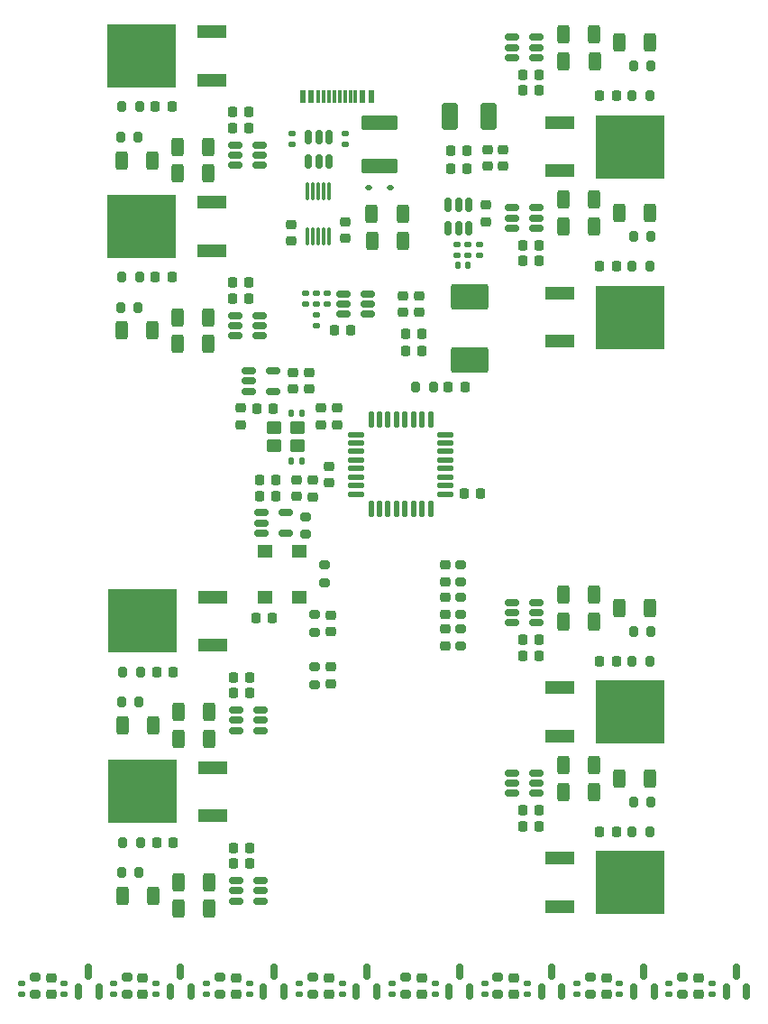
<source format=gbr>
%TF.GenerationSoftware,KiCad,Pcbnew,9.0.3-9.0.3-0~ubuntu24.04.1*%
%TF.CreationDate,2025-08-28T08:20:23-04:00*%
%TF.ProjectId,power distribution,706f7765-7220-4646-9973-747269627574,rev?*%
%TF.SameCoordinates,Original*%
%TF.FileFunction,Paste,Top*%
%TF.FilePolarity,Positive*%
%FSLAX46Y46*%
G04 Gerber Fmt 4.6, Leading zero omitted, Abs format (unit mm)*
G04 Created by KiCad (PCBNEW 9.0.3-9.0.3-0~ubuntu24.04.1) date 2025-08-28 08:20:23*
%MOMM*%
%LPD*%
G01*
G04 APERTURE LIST*
G04 Aperture macros list*
%AMRoundRect*
0 Rectangle with rounded corners*
0 $1 Rounding radius*
0 $2 $3 $4 $5 $6 $7 $8 $9 X,Y pos of 4 corners*
0 Add a 4 corners polygon primitive as box body*
4,1,4,$2,$3,$4,$5,$6,$7,$8,$9,$2,$3,0*
0 Add four circle primitives for the rounded corners*
1,1,$1+$1,$2,$3*
1,1,$1+$1,$4,$5*
1,1,$1+$1,$6,$7*
1,1,$1+$1,$8,$9*
0 Add four rect primitives between the rounded corners*
20,1,$1+$1,$2,$3,$4,$5,0*
20,1,$1+$1,$4,$5,$6,$7,0*
20,1,$1+$1,$6,$7,$8,$9,0*
20,1,$1+$1,$8,$9,$2,$3,0*%
G04 Aperture macros list end*
%ADD10RoundRect,0.250000X-0.312500X-0.625000X0.312500X-0.625000X0.312500X0.625000X-0.312500X0.625000X0*%
%ADD11RoundRect,0.225000X-0.250000X0.225000X-0.250000X-0.225000X0.250000X-0.225000X0.250000X0.225000X0*%
%ADD12RoundRect,0.225000X0.225000X0.250000X-0.225000X0.250000X-0.225000X-0.250000X0.225000X-0.250000X0*%
%ADD13RoundRect,0.225000X0.250000X-0.225000X0.250000X0.225000X-0.250000X0.225000X-0.250000X-0.225000X0*%
%ADD14RoundRect,0.218750X0.218750X0.256250X-0.218750X0.256250X-0.218750X-0.256250X0.218750X-0.256250X0*%
%ADD15RoundRect,0.250000X0.312500X0.625000X-0.312500X0.625000X-0.312500X-0.625000X0.312500X-0.625000X0*%
%ADD16RoundRect,0.249999X-1.450001X0.450001X-1.450001X-0.450001X1.450001X-0.450001X1.450001X0.450001X0*%
%ADD17RoundRect,0.218750X-0.256250X0.218750X-0.256250X-0.218750X0.256250X-0.218750X0.256250X0.218750X0*%
%ADD18RoundRect,0.200000X-0.200000X-0.275000X0.200000X-0.275000X0.200000X0.275000X-0.200000X0.275000X0*%
%ADD19RoundRect,0.150000X0.150000X-0.587500X0.150000X0.587500X-0.150000X0.587500X-0.150000X-0.587500X0*%
%ADD20RoundRect,0.200000X0.275000X-0.200000X0.275000X0.200000X-0.275000X0.200000X-0.275000X-0.200000X0*%
%ADD21R,1.360000X1.230000*%
%ADD22RoundRect,0.135000X-0.185000X0.135000X-0.185000X-0.135000X0.185000X-0.135000X0.185000X0.135000X0*%
%ADD23R,2.800000X1.300000*%
%ADD24R,6.500000X6.000000*%
%ADD25RoundRect,0.150000X-0.512500X-0.150000X0.512500X-0.150000X0.512500X0.150000X-0.512500X0.150000X0*%
%ADD26RoundRect,0.150000X-0.150000X0.512500X-0.150000X-0.512500X0.150000X-0.512500X0.150000X0.512500X0*%
%ADD27RoundRect,0.225000X-0.225000X-0.250000X0.225000X-0.250000X0.225000X0.250000X-0.225000X0.250000X0*%
%ADD28RoundRect,0.200000X0.200000X0.275000X-0.200000X0.275000X-0.200000X-0.275000X0.200000X-0.275000X0*%
%ADD29RoundRect,0.087500X-0.087500X0.725000X-0.087500X-0.725000X0.087500X-0.725000X0.087500X0.725000X0*%
%ADD30RoundRect,0.150000X0.512500X0.150000X-0.512500X0.150000X-0.512500X-0.150000X0.512500X-0.150000X0*%
%ADD31RoundRect,0.140000X0.170000X-0.140000X0.170000X0.140000X-0.170000X0.140000X-0.170000X-0.140000X0*%
%ADD32RoundRect,0.135000X0.185000X-0.135000X0.185000X0.135000X-0.185000X0.135000X-0.185000X-0.135000X0*%
%ADD33RoundRect,0.112500X0.187500X0.112500X-0.187500X0.112500X-0.187500X-0.112500X0.187500X-0.112500X0*%
%ADD34RoundRect,0.218750X0.256250X-0.218750X0.256250X0.218750X-0.256250X0.218750X-0.256250X-0.218750X0*%
%ADD35RoundRect,0.140000X0.140000X0.170000X-0.140000X0.170000X-0.140000X-0.170000X0.140000X-0.170000X0*%
%ADD36RoundRect,0.250001X-1.499999X0.949999X-1.499999X-0.949999X1.499999X-0.949999X1.499999X0.949999X0*%
%ADD37RoundRect,0.125000X-0.625000X-0.125000X0.625000X-0.125000X0.625000X0.125000X-0.625000X0.125000X0*%
%ADD38RoundRect,0.125000X-0.125000X-0.625000X0.125000X-0.625000X0.125000X0.625000X-0.125000X0.625000X0*%
%ADD39RoundRect,0.250000X0.450000X0.350000X-0.450000X0.350000X-0.450000X-0.350000X0.450000X-0.350000X0*%
%ADD40RoundRect,0.218750X-0.218750X-0.256250X0.218750X-0.256250X0.218750X0.256250X-0.218750X0.256250X0*%
%ADD41RoundRect,0.200000X-0.275000X0.200000X-0.275000X-0.200000X0.275000X-0.200000X0.275000X0.200000X0*%
%ADD42R,0.600000X1.240000*%
%ADD43R,0.300000X1.240000*%
%ADD44RoundRect,0.250001X-0.499999X-0.999999X0.499999X-0.999999X0.499999X0.999999X-0.499999X0.999999X0*%
G04 APERTURE END LIST*
D10*
%TO.C,R11*%
X130476510Y-51985000D03*
X133401510Y-51985000D03*
%TD*%
D11*
%TO.C,C56*%
X179445000Y-127475000D03*
X179445000Y-129025000D03*
%TD*%
D10*
%TO.C,R22*%
X125226510Y-66735000D03*
X128151510Y-66735000D03*
%TD*%
D12*
%TO.C,C1*%
X164475000Y-95755000D03*
X162925000Y-95755000D03*
%TD*%
D13*
%TO.C,C42*%
X142837500Y-72225000D03*
X142837500Y-70675000D03*
%TD*%
D14*
%TO.C,D25*%
X157512500Y-72025000D03*
X155937500Y-72025000D03*
%TD*%
D15*
%TO.C,R7*%
X174912500Y-92755000D03*
X171987500Y-92755000D03*
%TD*%
D16*
%TO.C,F1*%
X149475000Y-47225000D03*
X149475000Y-51325000D03*
%TD*%
D17*
%TO.C,D14*%
X144885000Y-93437500D03*
X144885000Y-95012500D03*
%TD*%
D18*
%TO.C,R77*%
X173193750Y-60705000D03*
X174843750Y-60705000D03*
%TD*%
D19*
%TO.C,D21*%
X173375000Y-128775000D03*
X175275000Y-128775000D03*
X174325000Y-126900000D03*
%TD*%
D20*
%TO.C,R83*%
X177945000Y-129025000D03*
X177945000Y-127375000D03*
%TD*%
D15*
%TO.C,R42*%
X133491510Y-118505000D03*
X130566510Y-118505000D03*
%TD*%
D10*
%TO.C,R78*%
X166737500Y-56955000D03*
X169662500Y-56955000D03*
%TD*%
D21*
%TO.C,SW1*%
X138725000Y-91775000D03*
X138725000Y-87415000D03*
%TD*%
D22*
%TO.C,R44*%
X115870000Y-128015000D03*
X115870000Y-129035000D03*
%TD*%
D23*
%TO.C,Q8*%
X166450000Y-63205000D03*
D24*
X173030000Y-65475000D03*
D23*
X166450000Y-67745000D03*
%TD*%
D13*
%TO.C,C3*%
X143975000Y-75550000D03*
X143975000Y-74000000D03*
%TD*%
D25*
%TO.C,U10*%
X136029010Y-102355000D03*
X136029010Y-103305000D03*
X136029010Y-104255000D03*
X138304010Y-104255000D03*
X138304010Y-103305000D03*
X138304010Y-102355000D03*
%TD*%
D10*
%TO.C,R33*%
X125316510Y-103755000D03*
X128241510Y-103755000D03*
%TD*%
D18*
%TO.C,R1*%
X173193750Y-97755000D03*
X174843750Y-97755000D03*
%TD*%
D26*
%TO.C,U8*%
X144713000Y-48599500D03*
X143763000Y-48599500D03*
X142813000Y-48599500D03*
X142813000Y-50874500D03*
X143763000Y-50874500D03*
X144713000Y-50874500D03*
%TD*%
D27*
%TO.C,C25*%
X156175000Y-49825000D03*
X157725000Y-49825000D03*
%TD*%
D10*
%TO.C,R43*%
X125316510Y-119755000D03*
X128241510Y-119755000D03*
%TD*%
D11*
%TO.C,C11*%
X153175000Y-63450000D03*
X153175000Y-65000000D03*
%TD*%
D13*
%TO.C,C23*%
X159500000Y-56500000D03*
X159500000Y-54950000D03*
%TD*%
D15*
%TO.C,R68*%
X174912500Y-39705000D03*
X171987500Y-39705000D03*
%TD*%
D11*
%TO.C,C44*%
X153435000Y-127475000D03*
X153435000Y-129025000D03*
%TD*%
D22*
%TO.C,R45*%
X119870000Y-128015000D03*
X119870000Y-129035000D03*
%TD*%
D27*
%TO.C,C38*%
X135754010Y-116755000D03*
X137304010Y-116755000D03*
%TD*%
D13*
%TO.C,C30*%
X146225000Y-58050000D03*
X146225000Y-56500000D03*
%TD*%
D28*
%TO.C,R17*%
X126945260Y-61735000D03*
X125295260Y-61735000D03*
%TD*%
D29*
%TO.C,U9*%
X144725000Y-53662500D03*
X144225000Y-53662500D03*
X143725000Y-53662500D03*
X143225000Y-53662500D03*
X142725000Y-53662500D03*
X142725000Y-57887500D03*
X143225000Y-57887500D03*
X143725000Y-57887500D03*
X144225000Y-57887500D03*
X144725000Y-57887500D03*
%TD*%
D11*
%TO.C,C40*%
X136475000Y-74000000D03*
X136475000Y-75550000D03*
%TD*%
%TO.C,C53*%
X135995000Y-127475000D03*
X135995000Y-129025000D03*
%TD*%
D27*
%TO.C,C21*%
X135664010Y-63735000D03*
X137214010Y-63735000D03*
%TD*%
D11*
%TO.C,C7*%
X141725000Y-80750000D03*
X141725000Y-82300000D03*
%TD*%
D22*
%TO.C,R61*%
X124495000Y-128015000D03*
X124495000Y-129035000D03*
%TD*%
%TO.C,R87*%
X180695000Y-128015000D03*
X180695000Y-129035000D03*
%TD*%
D27*
%TO.C,C33*%
X138200000Y-80775000D03*
X139750000Y-80775000D03*
%TD*%
D18*
%TO.C,R16*%
X173193750Y-113755000D03*
X174843750Y-113755000D03*
%TD*%
D27*
%TO.C,C8*%
X135664010Y-47735000D03*
X137214010Y-47735000D03*
%TD*%
D11*
%TO.C,C54*%
X170775000Y-127475000D03*
X170775000Y-129025000D03*
%TD*%
D30*
%TO.C,U15*%
X164200000Y-57105000D03*
X164200000Y-56155000D03*
X164200000Y-55205000D03*
X161925000Y-55205000D03*
X161925000Y-56155000D03*
X161925000Y-57105000D03*
%TD*%
D12*
%TO.C,C14*%
X153475000Y-67025000D03*
X151925000Y-67025000D03*
%TD*%
D19*
%TO.C,D20*%
X138595000Y-128775000D03*
X140495000Y-128775000D03*
X139545000Y-126900000D03*
%TD*%
D15*
%TO.C,R32*%
X133491510Y-102505000D03*
X130566510Y-102505000D03*
%TD*%
D31*
%TO.C,C17*%
X144575000Y-64205000D03*
X144575000Y-63245000D03*
%TD*%
D27*
%TO.C,C15*%
X137850000Y-93725000D03*
X139400000Y-93725000D03*
%TD*%
D20*
%TO.C,R40*%
X151935000Y-129025000D03*
X151935000Y-127375000D03*
%TD*%
D11*
%TO.C,C27*%
X161100000Y-49725000D03*
X161100000Y-51275000D03*
%TD*%
D20*
%TO.C,R58*%
X125745000Y-129025000D03*
X125745000Y-127375000D03*
%TD*%
D32*
%TO.C,R12*%
X143575000Y-64235000D03*
X143575000Y-63215000D03*
%TD*%
D11*
%TO.C,C12*%
X151675000Y-63450000D03*
X151675000Y-65000000D03*
%TD*%
D19*
%TO.C,D24*%
X182045000Y-128775000D03*
X183945000Y-128775000D03*
X182995000Y-126900000D03*
%TD*%
D25*
%TO.C,U12*%
X137200000Y-70525000D03*
X137200000Y-71475000D03*
X137200000Y-72425000D03*
X139475000Y-72425000D03*
X139475000Y-70525000D03*
%TD*%
D11*
%TO.C,C26*%
X159600000Y-49750000D03*
X159600000Y-51300000D03*
%TD*%
D12*
%TO.C,C19*%
X164475000Y-111755000D03*
X162925000Y-111755000D03*
%TD*%
D22*
%TO.C,R84*%
X141965000Y-128015000D03*
X141965000Y-129035000D03*
%TD*%
%TO.C,R75*%
X168025000Y-128015000D03*
X168025000Y-129035000D03*
%TD*%
D19*
%TO.C,D9*%
X156035000Y-128775000D03*
X157935000Y-128775000D03*
X156985000Y-126900000D03*
%TD*%
D23*
%TO.C,Q1*%
X166450000Y-100255000D03*
D24*
X173030000Y-102525000D03*
D23*
X166450000Y-104795000D03*
%TD*%
D20*
%TO.C,R59*%
X160605000Y-129025000D03*
X160605000Y-127375000D03*
%TD*%
D11*
%TO.C,C55*%
X144715000Y-127475000D03*
X144715000Y-129025000D03*
%TD*%
D10*
%TO.C,R50*%
X130566510Y-121005000D03*
X133491510Y-121005000D03*
%TD*%
D13*
%TO.C,C4*%
X145475000Y-75550000D03*
X145475000Y-74000000D03*
%TD*%
D27*
%TO.C,C39*%
X137950000Y-74025000D03*
X139500000Y-74025000D03*
%TD*%
D12*
%TO.C,C51*%
X164475000Y-58705000D03*
X162925000Y-58705000D03*
%TD*%
D20*
%TO.C,R39*%
X117120000Y-129025000D03*
X117120000Y-127375000D03*
%TD*%
D30*
%TO.C,U6*%
X164200000Y-110155000D03*
X164200000Y-109205000D03*
X164200000Y-108255000D03*
X161925000Y-108255000D03*
X161925000Y-109205000D03*
X161925000Y-110155000D03*
%TD*%
D11*
%TO.C,C43*%
X118620000Y-127475000D03*
X118620000Y-129025000D03*
%TD*%
D33*
%TO.C,D5*%
X150525000Y-53275000D03*
X148425000Y-53275000D03*
%TD*%
D13*
%TO.C,C29*%
X141212500Y-58325000D03*
X141212500Y-56775000D03*
%TD*%
D34*
%TO.C,D13*%
X155625000Y-96325000D03*
X155625000Y-94750000D03*
%TD*%
D19*
%TO.C,D8*%
X121220000Y-128775000D03*
X123120000Y-128775000D03*
X122170000Y-126900000D03*
%TD*%
D12*
%TO.C,C47*%
X164475000Y-42705000D03*
X162925000Y-42705000D03*
%TD*%
D25*
%TO.C,U13*%
X136029010Y-118355000D03*
X136029010Y-119305000D03*
X136029010Y-120255000D03*
X138304010Y-120255000D03*
X138304010Y-119305000D03*
X138304010Y-118355000D03*
%TD*%
D13*
%TO.C,C36*%
X143225000Y-82325000D03*
X143225000Y-80775000D03*
%TD*%
D27*
%TO.C,C9*%
X135664010Y-46235000D03*
X137214010Y-46235000D03*
%TD*%
D35*
%TO.C,C28*%
X157780000Y-60625000D03*
X156820000Y-60625000D03*
%TD*%
D22*
%TO.C,R27*%
X157800000Y-58615000D03*
X157800000Y-59635000D03*
%TD*%
D34*
%TO.C,D12*%
X155625000Y-93325000D03*
X155625000Y-91750000D03*
%TD*%
D15*
%TO.C,R6*%
X133401510Y-49485000D03*
X130476510Y-49485000D03*
%TD*%
D10*
%TO.C,R8*%
X125226510Y-50735000D03*
X128151510Y-50735000D03*
%TD*%
D27*
%TO.C,C24*%
X156175000Y-51525000D03*
X157725000Y-51525000D03*
%TD*%
D10*
%TO.C,R5*%
X166737500Y-94005000D03*
X169662500Y-94005000D03*
%TD*%
D22*
%TO.C,R21*%
X158900000Y-58615000D03*
X158900000Y-59635000D03*
%TD*%
D10*
%TO.C,R29*%
X148725000Y-55775000D03*
X151650000Y-55775000D03*
%TD*%
D22*
%TO.C,R62*%
X128495000Y-128015000D03*
X128495000Y-129035000D03*
%TD*%
D28*
%TO.C,R30*%
X127035260Y-98755000D03*
X125385260Y-98755000D03*
%TD*%
D27*
%TO.C,C5*%
X157425000Y-82025000D03*
X158975000Y-82025000D03*
%TD*%
D35*
%TO.C,C16*%
X142180000Y-74450000D03*
X141220000Y-74450000D03*
%TD*%
D15*
%TO.C,R23*%
X169662500Y-107505000D03*
X166737500Y-107505000D03*
%TD*%
D18*
%TO.C,R88*%
X152900000Y-72025000D03*
X154550000Y-72025000D03*
%TD*%
D23*
%TO.C,Q2*%
X133689010Y-43235000D03*
D24*
X127109010Y-40965000D03*
D23*
X133689010Y-38695000D03*
%TD*%
D21*
%TO.C,SW2*%
X141975000Y-87415000D03*
X141975000Y-91775000D03*
%TD*%
D20*
%TO.C,R71*%
X134495000Y-129025000D03*
X134495000Y-127375000D03*
%TD*%
D12*
%TO.C,C46*%
X164475000Y-44205000D03*
X162925000Y-44205000D03*
%TD*%
D28*
%TO.C,R2*%
X126945260Y-45735000D03*
X125295260Y-45735000D03*
%TD*%
D10*
%TO.C,R31*%
X148762500Y-58275000D03*
X151687500Y-58275000D03*
%TD*%
D25*
%TO.C,U11*%
X138362500Y-83825000D03*
X138362500Y-84775000D03*
X138362500Y-85725000D03*
X140637500Y-85725000D03*
X140637500Y-83825000D03*
%TD*%
D23*
%TO.C,Q7*%
X166450000Y-47205000D03*
D24*
X173030000Y-49475000D03*
D23*
X166450000Y-51745000D03*
%TD*%
D15*
%TO.C,R19*%
X133401510Y-65485000D03*
X130476510Y-65485000D03*
%TD*%
D35*
%TO.C,C18*%
X142180000Y-78950000D03*
X141220000Y-78950000D03*
%TD*%
D14*
%TO.C,D2*%
X130007760Y-45735000D03*
X128432760Y-45735000D03*
%TD*%
D32*
%TO.C,R15*%
X142575000Y-64235000D03*
X142575000Y-63215000D03*
%TD*%
D15*
%TO.C,R79*%
X174912500Y-55705000D03*
X171987500Y-55705000D03*
%TD*%
D36*
%TO.C,L1*%
X157975000Y-63525000D03*
X157975000Y-69525000D03*
%TD*%
D37*
%TO.C,U4*%
X147300000Y-76475000D03*
X147300000Y-77275000D03*
X147300000Y-78075000D03*
X147300000Y-78875000D03*
X147300000Y-79675000D03*
X147300000Y-80475000D03*
X147300000Y-81275000D03*
X147300000Y-82075000D03*
D38*
X148675000Y-83450000D03*
X149475000Y-83450000D03*
X150275000Y-83450000D03*
X151075000Y-83450000D03*
X151875000Y-83450000D03*
X152675000Y-83450000D03*
X153475000Y-83450000D03*
X154275000Y-83450000D03*
D37*
X155650000Y-82075000D03*
X155650000Y-81275000D03*
X155650000Y-80475000D03*
X155650000Y-79675000D03*
X155650000Y-78875000D03*
X155650000Y-78075000D03*
X155650000Y-77275000D03*
X155650000Y-76475000D03*
D38*
X154275000Y-75100000D03*
X153475000Y-75100000D03*
X152675000Y-75100000D03*
X151875000Y-75100000D03*
X151075000Y-75100000D03*
X150275000Y-75100000D03*
X149475000Y-75100000D03*
X148675000Y-75100000D03*
%TD*%
D23*
%TO.C,Q6*%
X133779010Y-112255000D03*
D24*
X127199010Y-109985000D03*
D23*
X133779010Y-107715000D03*
%TD*%
D15*
%TO.C,R80*%
X169662500Y-54455000D03*
X166737500Y-54455000D03*
%TD*%
D39*
%TO.C,Y1*%
X141800000Y-75850000D03*
X139600000Y-75850000D03*
X139600000Y-77550000D03*
X141800000Y-77550000D03*
%TD*%
D27*
%TO.C,C31*%
X135754010Y-100755000D03*
X137304010Y-100755000D03*
%TD*%
D40*
%TO.C,D19*%
X170131250Y-44705000D03*
X171706250Y-44705000D03*
%TD*%
D12*
%TO.C,C52*%
X164475000Y-60205000D03*
X162925000Y-60205000D03*
%TD*%
D34*
%TO.C,D11*%
X155625000Y-90287500D03*
X155625000Y-88712500D03*
%TD*%
D23*
%TO.C,Q4*%
X133689010Y-59235000D03*
D24*
X127109010Y-56965000D03*
D23*
X133689010Y-54695000D03*
%TD*%
D28*
%TO.C,R81*%
X175000000Y-57905000D03*
X173350000Y-57905000D03*
%TD*%
D40*
%TO.C,D1*%
X170131250Y-97755000D03*
X171706250Y-97755000D03*
%TD*%
D27*
%TO.C,C32*%
X135754010Y-99255000D03*
X137304010Y-99255000D03*
%TD*%
D11*
%TO.C,C48*%
X127245000Y-127475000D03*
X127245000Y-129025000D03*
%TD*%
D28*
%TO.C,R25*%
X175000000Y-110955000D03*
X173350000Y-110955000D03*
%TD*%
D23*
%TO.C,Q3*%
X166450000Y-116255000D03*
D24*
X173030000Y-118525000D03*
D23*
X166450000Y-120795000D03*
%TD*%
D22*
%TO.C,R73*%
X133245000Y-128015000D03*
X133245000Y-129035000D03*
%TD*%
%TO.C,R63*%
X159355000Y-128015000D03*
X159355000Y-129035000D03*
%TD*%
D41*
%TO.C,R56*%
X143385000Y-98275000D03*
X143385000Y-99925000D03*
%TD*%
D25*
%TO.C,U3*%
X135939010Y-49335000D03*
X135939010Y-50285000D03*
X135939010Y-51235000D03*
X138214010Y-51235000D03*
X138214010Y-50285000D03*
X138214010Y-49335000D03*
%TD*%
D22*
%TO.C,R85*%
X145965000Y-128015000D03*
X145965000Y-129035000D03*
%TD*%
D12*
%TO.C,C13*%
X153475000Y-68625000D03*
X151925000Y-68625000D03*
%TD*%
D22*
%TO.C,R86*%
X176695000Y-128015000D03*
X176695000Y-129035000D03*
%TD*%
%TO.C,R47*%
X154685000Y-128015000D03*
X154685000Y-129035000D03*
%TD*%
D32*
%TO.C,R3*%
X143575000Y-66235000D03*
X143575000Y-65215000D03*
%TD*%
D11*
%TO.C,C49*%
X162105000Y-127475000D03*
X162105000Y-129025000D03*
%TD*%
D18*
%TO.C,R37*%
X125229010Y-101555000D03*
X126879010Y-101555000D03*
%TD*%
D41*
%TO.C,R10*%
X144325000Y-88725000D03*
X144325000Y-90375000D03*
%TD*%
D22*
%TO.C,R46*%
X150685000Y-128015000D03*
X150685000Y-129035000D03*
%TD*%
D30*
%TO.C,U1*%
X148362500Y-65175000D03*
X148362500Y-64225000D03*
X148362500Y-63275000D03*
X146087500Y-63275000D03*
X146087500Y-64225000D03*
X146087500Y-65175000D03*
%TD*%
%TO.C,U2*%
X164200000Y-94155000D03*
X164200000Y-93205000D03*
X164200000Y-92255000D03*
X161925000Y-92255000D03*
X161925000Y-93205000D03*
X161925000Y-94155000D03*
%TD*%
D13*
%TO.C,C41*%
X141357500Y-72225000D03*
X141357500Y-70675000D03*
%TD*%
D22*
%TO.C,R76*%
X172025000Y-128015000D03*
X172025000Y-129035000D03*
%TD*%
D28*
%TO.C,R13*%
X175000000Y-94955000D03*
X173350000Y-94955000D03*
%TD*%
D18*
%TO.C,R57*%
X173193750Y-44705000D03*
X174843750Y-44705000D03*
%TD*%
D32*
%TO.C,R28*%
X156800000Y-59635000D03*
X156800000Y-58615000D03*
%TD*%
D26*
%TO.C,U5*%
X157850000Y-54887500D03*
X156900000Y-54887500D03*
X155950000Y-54887500D03*
X155950000Y-57162500D03*
X156900000Y-57162500D03*
X157850000Y-57162500D03*
%TD*%
D27*
%TO.C,C34*%
X138200000Y-82275000D03*
X139750000Y-82275000D03*
%TD*%
D28*
%TO.C,R38*%
X127035260Y-114755000D03*
X125385260Y-114755000D03*
%TD*%
D20*
%TO.C,R52*%
X157125000Y-90325000D03*
X157125000Y-88675000D03*
%TD*%
D42*
%TO.C,J8*%
X148675000Y-44750000D03*
X147875000Y-44750000D03*
D43*
X146725000Y-44750000D03*
X145725000Y-44750000D03*
X145225000Y-44750000D03*
X144225000Y-44750000D03*
D42*
X143075000Y-44750000D03*
X142275000Y-44750000D03*
X142275000Y-44750000D03*
X143075000Y-44750000D03*
D43*
X143725000Y-44750000D03*
X144725000Y-44750000D03*
X146225000Y-44750000D03*
X147225000Y-44750000D03*
D42*
X147875000Y-44750000D03*
X148675000Y-44750000D03*
%TD*%
D10*
%TO.C,R24*%
X130476510Y-67985000D03*
X133401510Y-67985000D03*
%TD*%
D40*
%TO.C,D3*%
X170131250Y-113755000D03*
X171706250Y-113755000D03*
%TD*%
D17*
%TO.C,D15*%
X144885000Y-98312500D03*
X144885000Y-99887500D03*
%TD*%
D27*
%TO.C,C37*%
X135754010Y-115255000D03*
X137304010Y-115255000D03*
%TD*%
D20*
%TO.C,R53*%
X157125000Y-93362500D03*
X157125000Y-91712500D03*
%TD*%
D27*
%TO.C,C10*%
X145225000Y-66725000D03*
X146775000Y-66725000D03*
%TD*%
D14*
%TO.C,D6*%
X130097760Y-98755000D03*
X128522760Y-98755000D03*
%TD*%
D41*
%TO.C,R55*%
X143385000Y-93400000D03*
X143385000Y-95050000D03*
%TD*%
D15*
%TO.C,R9*%
X169662500Y-91505000D03*
X166737500Y-91505000D03*
%TD*%
D18*
%TO.C,R14*%
X125139010Y-48535000D03*
X126789010Y-48535000D03*
%TD*%
D10*
%TO.C,R18*%
X166737500Y-110005000D03*
X169662500Y-110005000D03*
%TD*%
D15*
%TO.C,R69*%
X169662500Y-38925000D03*
X166737500Y-38925000D03*
%TD*%
D22*
%TO.C,R34*%
X146263000Y-48227000D03*
X146263000Y-49247000D03*
%TD*%
D19*
%TO.C,D23*%
X147315000Y-128775000D03*
X149215000Y-128775000D03*
X148265000Y-126900000D03*
%TD*%
D22*
%TO.C,R74*%
X137245000Y-128015000D03*
X137245000Y-129035000D03*
%TD*%
D10*
%TO.C,R67*%
X166762500Y-41425000D03*
X169687500Y-41425000D03*
%TD*%
D41*
%TO.C,R4*%
X142525000Y-84200000D03*
X142525000Y-85850000D03*
%TD*%
D14*
%TO.C,D4*%
X130007760Y-61735000D03*
X128432760Y-61735000D03*
%TD*%
D19*
%TO.C,D16*%
X129845000Y-128775000D03*
X131745000Y-128775000D03*
X130795000Y-126900000D03*
%TD*%
D22*
%TO.C,R35*%
X141263000Y-48217000D03*
X141263000Y-49237000D03*
%TD*%
D19*
%TO.C,D17*%
X164705000Y-128775000D03*
X166605000Y-128775000D03*
X165655000Y-126900000D03*
%TD*%
D25*
%TO.C,U7*%
X135939010Y-65335000D03*
X135939010Y-66285000D03*
X135939010Y-67235000D03*
X138214010Y-67235000D03*
X138214010Y-66285000D03*
X138214010Y-65335000D03*
%TD*%
D20*
%TO.C,R54*%
X157125000Y-96350000D03*
X157125000Y-94700000D03*
%TD*%
%TO.C,R72*%
X169275000Y-129025000D03*
X169275000Y-127375000D03*
%TD*%
D11*
%TO.C,C6*%
X144725000Y-79450000D03*
X144725000Y-81000000D03*
%TD*%
D40*
%TO.C,D22*%
X170131250Y-60705000D03*
X171706250Y-60705000D03*
%TD*%
D22*
%TO.C,R64*%
X163355000Y-128015000D03*
X163355000Y-129035000D03*
%TD*%
D12*
%TO.C,C20*%
X164475000Y-113255000D03*
X162925000Y-113255000D03*
%TD*%
D18*
%TO.C,R26*%
X125139010Y-64535000D03*
X126789010Y-64535000D03*
%TD*%
D44*
%TO.C,L2*%
X156050000Y-46625000D03*
X159750000Y-46625000D03*
%TD*%
D27*
%TO.C,C22*%
X135664010Y-62235000D03*
X137214010Y-62235000D03*
%TD*%
D18*
%TO.C,R51*%
X125229010Y-117555000D03*
X126879010Y-117555000D03*
%TD*%
D23*
%TO.C,Q5*%
X133779010Y-96255000D03*
D24*
X127199010Y-93985000D03*
D23*
X133779010Y-91715000D03*
%TD*%
D30*
%TO.C,U14*%
X164200000Y-41105000D03*
X164200000Y-40155000D03*
X164200000Y-39205000D03*
X161925000Y-39205000D03*
X161925000Y-40155000D03*
X161925000Y-41105000D03*
%TD*%
D10*
%TO.C,R36*%
X130566510Y-105005000D03*
X133491510Y-105005000D03*
%TD*%
D20*
%TO.C,R82*%
X143215000Y-129025000D03*
X143215000Y-127375000D03*
%TD*%
D15*
%TO.C,R20*%
X174912500Y-108755000D03*
X171987500Y-108755000D03*
%TD*%
D12*
%TO.C,C2*%
X164475000Y-97255000D03*
X162925000Y-97255000D03*
%TD*%
D28*
%TO.C,R70*%
X175000000Y-41905000D03*
X173350000Y-41905000D03*
%TD*%
D14*
%TO.C,D7*%
X130097760Y-114755000D03*
X128522760Y-114755000D03*
%TD*%
M02*

</source>
